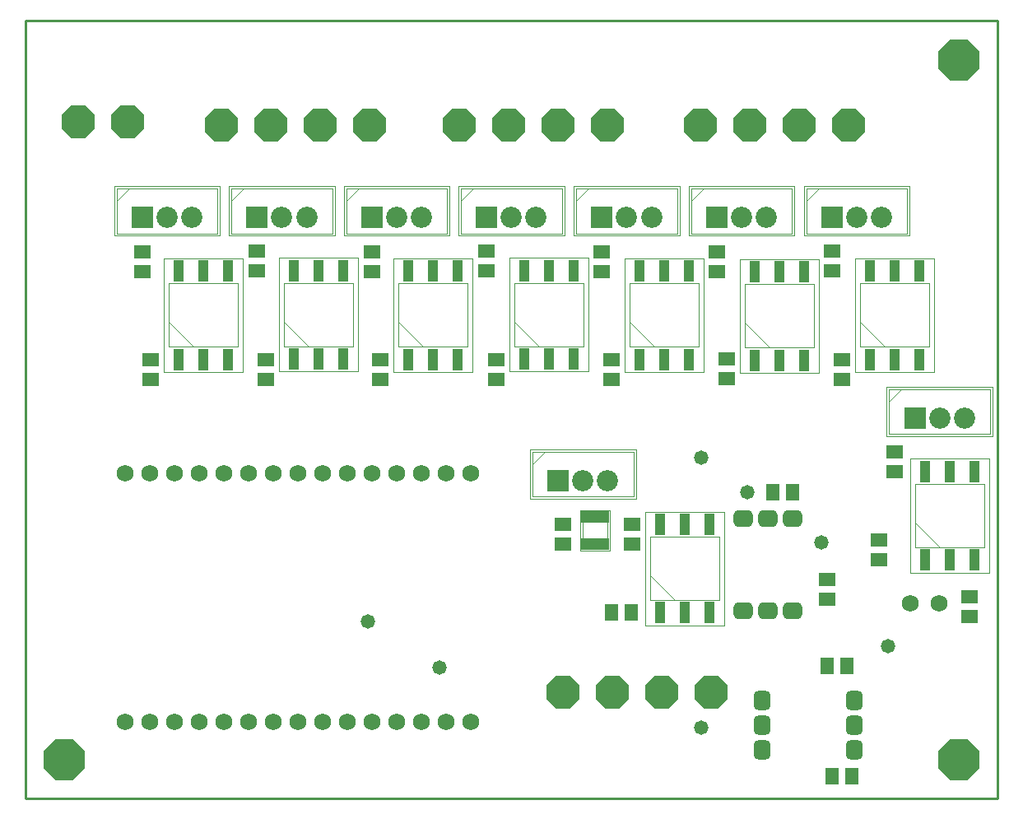
<source format=gts>
G04*
G04 #@! TF.GenerationSoftware,Altium Limited,Altium Designer,20.0.13 (296)*
G04*
G04 Layer_Color=8388736*
%FSLAX44Y44*%
%MOMM*%
G71*
G01*
G75*
%ADD10C,0.2540*%
%ADD14C,0.1000*%
%ADD15C,0.0500*%
%ADD22R,2.9232X1.2232*%
%ADD23R,1.3462X1.7272*%
G04:AMPARAMS|DCode=24|XSize=1.7232mm|YSize=1.9832mm|CornerRadius=0.4816mm|HoleSize=0mm|Usage=FLASHONLY|Rotation=180.000|XOffset=0mm|YOffset=0mm|HoleType=Round|Shape=RoundedRectangle|*
%AMROUNDEDRECTD24*
21,1,1.7232,1.0200,0,0,180.0*
21,1,0.7600,1.9832,0,0,180.0*
1,1,0.9632,-0.3800,0.5100*
1,1,0.9632,0.3800,0.5100*
1,1,0.9632,0.3800,-0.5100*
1,1,0.9632,-0.3800,-0.5100*
%
%ADD24ROUNDEDRECTD24*%
%ADD25R,1.7272X1.3462*%
G04:AMPARAMS|DCode=26|XSize=1.7232mm|YSize=1.9832mm|CornerRadius=0.4816mm|HoleSize=0mm|Usage=FLASHONLY|Rotation=270.000|XOffset=0mm|YOffset=0mm|HoleType=Round|Shape=RoundedRectangle|*
%AMROUNDEDRECTD26*
21,1,1.7232,1.0200,0,0,270.0*
21,1,0.7600,1.9832,0,0,270.0*
1,1,0.9632,-0.5100,-0.3800*
1,1,0.9632,-0.5100,0.3800*
1,1,0.9632,0.5100,0.3800*
1,1,0.9632,0.5100,-0.3800*
%
%ADD26ROUNDEDRECTD26*%
%ADD27R,1.0032X2.3032*%
%ADD28C,1.7272*%
%ADD29P,3.6841X8X202.5*%
%ADD30P,4.5495X8X22.5*%
%ADD31R,2.1832X2.1832*%
%ADD32C,2.1832*%
%ADD33C,1.4732*%
D10*
X-39880Y760730D02*
X960120D01*
Y560730D02*
Y760730D01*
Y160730D02*
Y560730D01*
Y-39270D02*
Y160730D01*
X-39880Y360730D02*
Y760730D01*
Y-39270D02*
Y360730D01*
X710120Y-39270D02*
X960120D01*
X210120D02*
X710120D01*
X-39880D02*
X210120D01*
D14*
X558600Y220220D02*
Y252220D01*
X533600Y220220D02*
X558600D01*
X533600D02*
Y252220D01*
X558600D01*
X602787Y164570D02*
Y229570D01*
X673988D01*
Y164570D02*
Y229570D01*
X602787Y164570D02*
X673988D01*
X602787Y189970D02*
X628187Y164570D01*
X481400Y316952D02*
X585400D01*
Y270952D02*
Y316952D01*
X481400Y270952D02*
X585400D01*
X481400D02*
Y316952D01*
Y304202D02*
X494150Y316952D01*
X848430Y381290D02*
X952430D01*
Y335290D02*
Y381290D01*
X848430Y335290D02*
X952430D01*
X848430D02*
Y381290D01*
Y368540D02*
X861180Y381290D01*
X818688Y425215D02*
Y490215D01*
X889887D01*
Y425215D02*
Y490215D01*
X818688Y425215D02*
X889887D01*
X818688Y450615D02*
X844088Y425215D01*
X699830Y424385D02*
Y489385D01*
X771030D01*
Y424385D02*
Y489385D01*
X699830Y424385D02*
X771030D01*
X699830Y449785D02*
X725230Y424385D01*
X581323Y425215D02*
Y490215D01*
X652523D01*
Y425215D02*
Y490215D01*
X581323Y425215D02*
X652523D01*
X581323Y450615D02*
X606723Y425215D01*
X463213Y425655D02*
Y490655D01*
X534412D01*
Y425655D02*
Y490655D01*
X463213Y425655D02*
X534412D01*
X463213Y451055D02*
X488613Y425655D01*
X343833Y425215D02*
Y490215D01*
X415033D01*
Y425215D02*
Y490215D01*
X343833Y425215D02*
X415033D01*
X343833Y450615D02*
X369233Y425215D01*
X226145Y425655D02*
Y490655D01*
X297345D01*
Y425655D02*
Y490655D01*
X226145Y425655D02*
X297345D01*
X226145Y451055D02*
X251545Y425655D01*
X107613Y425215D02*
Y490215D01*
X178813D01*
Y425215D02*
Y490215D01*
X107613Y425215D02*
X178813D01*
X107613Y450615D02*
X133013Y425215D01*
X874990Y218960D02*
Y283960D01*
X946190D01*
Y218960D02*
Y283960D01*
X874990Y218960D02*
X946190D01*
X874990Y244360D02*
X900390Y218960D01*
X53635Y587765D02*
X157635D01*
Y541765D02*
Y587765D01*
X53635Y541765D02*
X157635D01*
X53635D02*
Y587765D01*
Y575015D02*
X66385Y587765D01*
X289855D02*
X393855D01*
Y541765D02*
Y587765D01*
X289855Y541765D02*
X393855D01*
X289855D02*
Y587765D01*
Y575015D02*
X302605Y587765D01*
X171745D02*
X275745D01*
Y541765D02*
Y587765D01*
X171745Y541765D02*
X275745D01*
X171745D02*
Y587765D01*
Y575015D02*
X184495Y587765D01*
X407765D02*
X511765D01*
Y541765D02*
Y587765D01*
X407765Y541765D02*
X511765D01*
X407765D02*
Y587765D01*
Y575015D02*
X420515Y587765D01*
X526500D02*
X630500D01*
Y541765D02*
Y587765D01*
X526500Y541765D02*
X630500D01*
X526500D02*
Y587765D01*
Y575015D02*
X539250Y587765D01*
X644610D02*
X748610D01*
Y541765D02*
Y587765D01*
X644610Y541765D02*
X748610D01*
X644610D02*
Y587765D01*
Y575015D02*
X657360Y587765D01*
X763118D02*
X867117D01*
Y541765D02*
Y587765D01*
X763118Y541765D02*
X867117D01*
X763118D02*
Y587765D01*
Y575015D02*
X775867Y587765D01*
D15*
X561200Y215620D02*
Y256820D01*
X531000Y215620D02*
X561200D01*
X531000D02*
Y256820D01*
X561200D01*
X597788Y138570D02*
Y255570D01*
X678987D01*
Y138570D02*
Y255570D01*
X597788Y138570D02*
X678987D01*
X478900Y319453D02*
X587900D01*
Y268452D02*
Y319453D01*
X478900Y268452D02*
X587900D01*
X478900D02*
Y319453D01*
X845930Y383790D02*
X954930D01*
Y332790D02*
Y383790D01*
X845930Y332790D02*
X954930D01*
X845930D02*
Y383790D01*
X813688Y399215D02*
Y516215D01*
X894888D01*
Y399215D02*
Y516215D01*
X813688Y399215D02*
X894888D01*
X694830Y398385D02*
Y515385D01*
X776030D01*
Y398385D02*
Y515385D01*
X694830Y398385D02*
X776030D01*
X576323Y399215D02*
Y516215D01*
X657523D01*
Y399215D02*
Y516215D01*
X576323Y399215D02*
X657523D01*
X458213Y399655D02*
Y516655D01*
X539413D01*
Y399655D02*
Y516655D01*
X458213Y399655D02*
X539413D01*
X338833Y399215D02*
Y516215D01*
X420033D01*
Y399215D02*
Y516215D01*
X338833Y399215D02*
X420033D01*
X221145Y399655D02*
Y516655D01*
X302345D01*
Y399655D02*
Y516655D01*
X221145Y399655D02*
X302345D01*
X102612Y399215D02*
Y516215D01*
X183813D01*
Y399215D02*
Y516215D01*
X102612Y399215D02*
X183813D01*
X869990Y192960D02*
Y309960D01*
X951190D01*
Y192960D02*
Y309960D01*
X869990Y192960D02*
X951190D01*
X51135Y590265D02*
X160135D01*
Y539265D02*
Y590265D01*
X51135Y539265D02*
X160135D01*
X51135D02*
Y590265D01*
X287355D02*
X396355D01*
Y539265D02*
Y590265D01*
X287355Y539265D02*
X396355D01*
X287355D02*
Y590265D01*
X169245D02*
X278245D01*
Y539265D02*
Y590265D01*
X169245Y539265D02*
X278245D01*
X169245D02*
Y590265D01*
X405265D02*
X514265D01*
Y539265D02*
Y590265D01*
X405265Y539265D02*
X514265D01*
X405265D02*
Y590265D01*
X524000D02*
X633000D01*
Y539265D02*
Y590265D01*
X524000Y539265D02*
X633000D01*
X524000D02*
Y590265D01*
X642110D02*
X751110D01*
Y539265D02*
Y590265D01*
X642110Y539265D02*
X751110D01*
X642110D02*
Y590265D01*
X760618D02*
X869617D01*
Y539265D02*
Y590265D01*
X760618Y539265D02*
X869617D01*
X760618D02*
Y590265D01*
D22*
X546100Y250220D02*
D03*
Y222220D02*
D03*
D23*
X784860Y96520D02*
D03*
X805180D02*
D03*
X789940Y-16510D02*
D03*
X810260D02*
D03*
X728980Y275590D02*
D03*
X749300D02*
D03*
X562735Y151570D02*
D03*
X583055D02*
D03*
D24*
X717550Y60960D02*
D03*
X717550Y35560D02*
D03*
Y10160D02*
D03*
X812550Y60960D02*
D03*
Y35560D02*
D03*
Y10160D02*
D03*
D25*
X930910Y167640D02*
D03*
Y147320D02*
D03*
X784860Y185420D02*
D03*
Y165100D02*
D03*
X513080Y222250D02*
D03*
Y242570D02*
D03*
X584200Y242570D02*
D03*
Y222250D02*
D03*
X789617Y503215D02*
D03*
Y523535D02*
D03*
X800100Y391895D02*
D03*
Y412215D02*
D03*
X681242Y392335D02*
D03*
Y412655D02*
D03*
X671110Y502385D02*
D03*
Y522705D02*
D03*
X553000Y502385D02*
D03*
Y522705D02*
D03*
X562735Y391895D02*
D03*
Y412215D02*
D03*
X434265Y503655D02*
D03*
Y523975D02*
D03*
X444625Y391895D02*
D03*
Y412215D02*
D03*
X325245Y391895D02*
D03*
Y412215D02*
D03*
X316355Y502385D02*
D03*
Y522705D02*
D03*
X207135Y391895D02*
D03*
Y412215D02*
D03*
X198245Y503655D02*
D03*
Y523975D02*
D03*
X89025Y391895D02*
D03*
Y412215D02*
D03*
X80135Y502385D02*
D03*
Y522705D02*
D03*
X854287Y296960D02*
D03*
Y317280D02*
D03*
X838200Y226280D02*
D03*
Y205960D02*
D03*
D26*
X749300Y248670D02*
D03*
X723900D02*
D03*
X698500D02*
D03*
X749300Y153670D02*
D03*
X723900D02*
D03*
X698500Y153670D02*
D03*
D27*
X612987Y151570D02*
D03*
X638387D02*
D03*
X663787D02*
D03*
Y242570D02*
D03*
X638387D02*
D03*
X612987D02*
D03*
X828887Y412215D02*
D03*
X854287D02*
D03*
X879687D02*
D03*
Y503215D02*
D03*
X854287D02*
D03*
X828887D02*
D03*
X710030Y411385D02*
D03*
X735430D02*
D03*
X760830D02*
D03*
Y502385D02*
D03*
X735430D02*
D03*
X710030D02*
D03*
X591522Y412215D02*
D03*
X616922D02*
D03*
X642322D02*
D03*
Y503215D02*
D03*
X616922D02*
D03*
X591522D02*
D03*
X473412Y412655D02*
D03*
X498812D02*
D03*
X524212D02*
D03*
Y503655D02*
D03*
X498812D02*
D03*
X473412D02*
D03*
X354032Y412215D02*
D03*
X379432D02*
D03*
X404832D02*
D03*
Y503215D02*
D03*
X379432D02*
D03*
X354032D02*
D03*
X236345Y412655D02*
D03*
X261745D02*
D03*
X287145D02*
D03*
Y503655D02*
D03*
X261745D02*
D03*
X236345D02*
D03*
X117812Y412215D02*
D03*
X143212D02*
D03*
X168612D02*
D03*
Y503215D02*
D03*
X143212D02*
D03*
X117812D02*
D03*
X885190Y205960D02*
D03*
X910590D02*
D03*
X935990D02*
D03*
Y296960D02*
D03*
X910590D02*
D03*
X885190D02*
D03*
D28*
X418000Y295000D02*
D03*
X392600D02*
D03*
X367200D02*
D03*
X341800D02*
D03*
X316400D02*
D03*
X291000D02*
D03*
X265600D02*
D03*
X240200D02*
D03*
X214800D02*
D03*
X189400D02*
D03*
X164000D02*
D03*
X138600D02*
D03*
X113200D02*
D03*
X87800D02*
D03*
X62400D02*
D03*
X418000Y39600D02*
D03*
X392600D02*
D03*
X341800D02*
D03*
X291000D02*
D03*
X316400D02*
D03*
X265600D02*
D03*
X240200D02*
D03*
X214800D02*
D03*
X189400D02*
D03*
X164000D02*
D03*
X138600D02*
D03*
X113200D02*
D03*
X87800D02*
D03*
X62400D02*
D03*
X367200D02*
D03*
X870190Y161290D02*
D03*
X900190D02*
D03*
D29*
X665480Y69850D02*
D03*
X614680D02*
D03*
X563880D02*
D03*
X513080D02*
D03*
X64770Y656590D02*
D03*
X13970D02*
D03*
X406525Y653515D02*
D03*
X457325D02*
D03*
X508125D02*
D03*
X558925D02*
D03*
X654050Y652780D02*
D03*
X704850D02*
D03*
X755650D02*
D03*
X806450D02*
D03*
X161415Y653515D02*
D03*
X212215D02*
D03*
X263015D02*
D03*
X313815D02*
D03*
D30*
X920000Y720000D02*
D03*
Y0D02*
D03*
X0D02*
D03*
D31*
X507900Y287453D02*
D03*
X874930Y351790D02*
D03*
X80135Y558265D02*
D03*
X316355D02*
D03*
X198245D02*
D03*
X434265D02*
D03*
X553000D02*
D03*
X671110D02*
D03*
X789617D02*
D03*
D32*
X533400Y287453D02*
D03*
X558900D02*
D03*
X900430Y351790D02*
D03*
X925930D02*
D03*
X105635Y558265D02*
D03*
X131135D02*
D03*
X341855D02*
D03*
X367355D02*
D03*
X223745D02*
D03*
X249245D02*
D03*
X459765D02*
D03*
X485265D02*
D03*
X578500D02*
D03*
X604000D02*
D03*
X696610D02*
D03*
X722110D02*
D03*
X815117D02*
D03*
X840618D02*
D03*
D33*
X655320Y33020D02*
D03*
X847090Y116840D02*
D03*
X312420Y142240D02*
D03*
X386080Y95250D02*
D03*
X778510Y223520D02*
D03*
X702310Y275590D02*
D03*
X655320Y311150D02*
D03*
M02*

</source>
